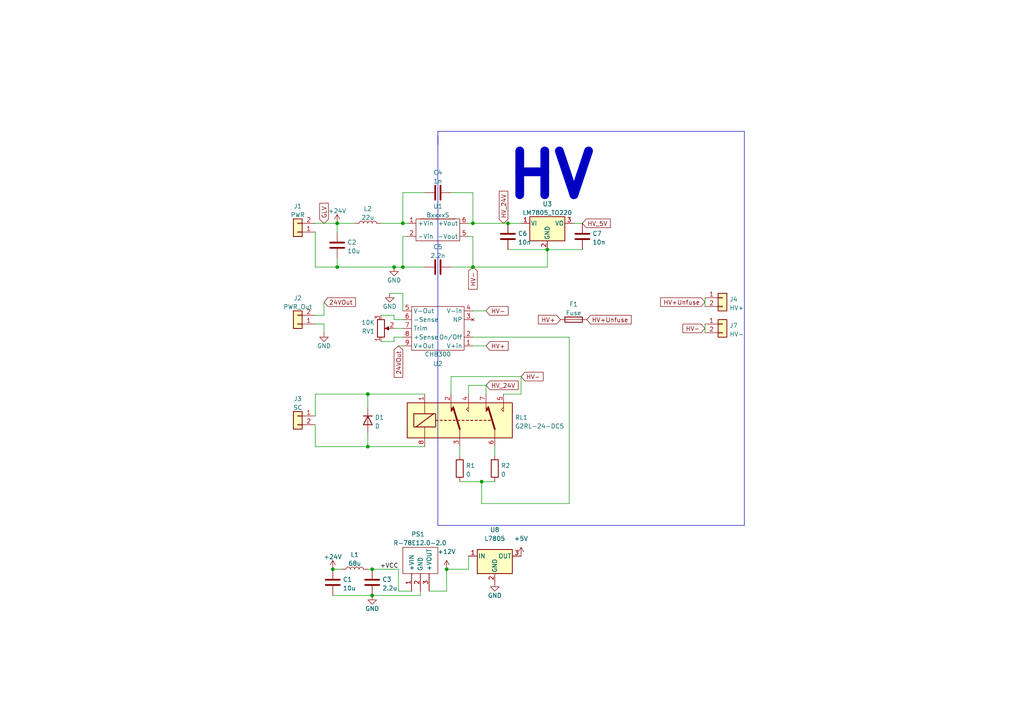
<source format=kicad_sch>
(kicad_sch (version 20230121) (generator eeschema)
  (paper "A4")
  (lib_symbols
    (symbol "Connector_Generic:Conn_01x02" (pin_names (offset 1.016) hide)
      (property "Reference" "J" (at 0 2.54 0))
      (property "Value" "Conn_01x02" (at 0 -5.08 0))
      (symbol "Conn_01x02_1_1"
        (rectangle (start -1.27 -2.413) (end 0 -2.667) (stroke (width 0.1524)))
        (rectangle (start -1.27 0.127) (end 0 -0.127) (stroke (width 0.1524)))
        (rectangle (start -1.27 1.27) (end 1.27 -3.81) (stroke (width 0.254)) (fill (type background)))
        (pin passive line (at -5.08 0 0) (length 3.81) (name "Pin_1") (number "1"))
        (pin passive line (at -5.08 -2.54 0) (length 3.81) (name "Pin_2") (number "2"))
      )
    )
    (symbol "Device:C" (pin_numbers hide) (pin_names (offset 0.254))
      (property "Reference" "C" (at 0.635 2.54 0))
      (property "Value" "C" (at 0.635 -2.54 0))
      (symbol "C_0_1"
        (polyline (pts (xy -2.032 -0.762) (xy 2.032 -0.762)) (stroke (width 0.508)))
        (polyline (pts (xy -2.032 0.762) (xy 2.032 0.762)) (stroke (width 0.508)))
      )
      (symbol "C_1_1"
        (pin passive line (at 0 3.81 270) (length 2.794) (name "~") (number "1"))
        (pin passive line (at 0 -3.81 90) (length 2.794) (name "~") (number "2"))
      )
    )
    (symbol "Device:D" (pin_numbers hide) (pin_names (offset 1.016) hide)
      (property "Reference" "D" (at 0 2.54 0))
      (property "Value" "D" (at 0 -2.54 0))
      (symbol "D_0_1"
        (polyline (pts (xy -1.27 1.27) (xy -1.27 -1.27)) (stroke (width 0.254)))
        (polyline (pts (xy 1.27 0) (xy -1.27 0)))
        (polyline (pts (xy 1.27 1.27) (xy 1.27 -1.27) (xy -1.27 0) (xy 1.27 1.27)) (stroke (width 0.254)))
      )
      (symbol "D_1_1"
        (pin passive line (at -3.81 0 0) (length 2.54) (name "K") (number "1"))
        (pin passive line (at 3.81 0 180) (length 2.54) (name "A") (number "2"))
      )
    )
    (symbol "Device:Fuse" (pin_numbers hide) (pin_names (offset 0))
      (property "Reference" "F" (at 2.032 0 90))
      (property "Value" "Fuse" (at -1.905 0 90))
      (symbol "Fuse_0_1"
        (rectangle (start -0.762 -2.54) (end 0.762 2.54) (stroke (width 0.254)))
        (polyline (pts (xy 0 2.54) (xy 0 -2.54)))
      )
      (symbol "Fuse_1_1"
        (pin passive line (at 0 3.81 270) (length 1.27) (name "~") (number "1"))
        (pin passive line (at 0 -3.81 90) (length 1.27) (name "~") (number "2"))
      )
    )
    (symbol "Device:L" (pin_numbers hide) (pin_names (offset 1.016) hide)
      (property "Reference" "L" (at -1.27 0 90))
      (property "Value" "L" (at 1.905 0 90))
      (symbol "L_0_1"
        (arc (start 0 -2.54) (mid 0.6323 -1.905) (end 0 -1.27))
        (arc (start 0 -1.27) (mid 0.6323 -0.635) (end 0 0))
        (arc (start 0 0) (mid 0.6323 0.635) (end 0 1.27))
        (arc (start 0 1.27) (mid 0.6323 1.905) (end 0 2.54))
      )
      (symbol "L_1_1"
        (pin passive line (at 0 3.81 270) (length 1.27) (name "1") (number "1"))
        (pin passive line (at 0 -3.81 90) (length 1.27) (name "2") (number "2"))
      )
    )
    (symbol "Device:R" (pin_numbers hide) (pin_names (offset 0))
      (property "Reference" "R" (at 2.032 0 90))
      (property "Value" "R" (at 0 0 90))
      (symbol "R_0_1"
        (rectangle (start -1.016 -2.54) (end 1.016 2.54) (stroke (width 0.254)))
      )
      (symbol "R_1_1"
        (pin passive line (at 0 3.81 270) (length 1.27) (name "~") (number "1"))
        (pin passive line (at 0 -3.81 90) (length 1.27) (name "~") (number "2"))
      )
    )
    (symbol "Device:R_Potentiometer" (pin_names (offset 1.016) hide)
      (property "Reference" "RV" (at -4.445 0 90))
      (property "Value" "R_Potentiometer" (at -2.54 0 90))
      (symbol "R_Potentiometer_0_1"
        (polyline (pts (xy 2.54 0) (xy 1.524 0)))
        (polyline (pts (xy 1.143 0) (xy 2.286 0.508) (xy 2.286 -0.508) (xy 1.143 0)) (fill (type outline)))
        (rectangle (start 1.016 2.54) (end -1.016 -2.54) (stroke (width 0.254)))
      )
      (symbol "R_Potentiometer_1_1"
        (pin passive line (at 0 3.81 270) (length 1.27) (name "1") (number "1"))
        (pin passive line (at 3.81 0 180) (length 1.27) (name "2") (number "2"))
        (pin passive line (at 0 -3.81 90) (length 1.27) (name "3") (number "3"))
      )
    )
    (symbol "Regulator_Linear:L7805" (pin_names (offset 0.254))
      (property "Reference" "U" (at -3.81 3.175 0))
      (property "Value" "L7805" (at 0 3.175 0))
      (symbol "L7805_0_1"
        (rectangle (start -5.08 1.905) (end 5.08 -5.08) (stroke (width 0.254)) (fill (type background)))
      )
      (symbol "L7805_1_1"
        (pin power_in line (at -7.62 0 0) (length 2.54) (name "IN") (number "1"))
        (pin power_in line (at 0 -7.62 90) (length 2.54) (name "GND") (number "2"))
        (pin power_out line (at 7.62 0 180) (length 2.54) (name "OUT") (number "3"))
      )
    )
    (symbol "Regulator_Linear:LM7805_TO220" (pin_names (offset 0.254))
      (property "Reference" "U" (at -3.81 3.175 0))
      (property "Value" "LM7805_TO220" (at 0 3.175 0))
      (symbol "LM7805_TO220_0_1"
        (rectangle (start -5.08 1.905) (end 5.08 -5.08) (stroke (width 0.254)) (fill (type background)))
      )
      (symbol "LM7805_TO220_1_1"
        (pin power_in line (at -7.62 0 0) (length 2.54) (name "VI") (number "1"))
        (pin power_in line (at 0 -7.62 90) (length 2.54) (name "GND") (number "2"))
        (pin power_out line (at 7.62 0 180) (length 2.54) (name "VO") (number "3"))
      )
    )
    (symbol "Relay:G2RL-24-DC5"
      (property "Reference" "RL" (at 16.51 3.81 0))
      (property "Value" "G2RL-24-DC5" (at 16.51 1.27 0))
      (symbol "G2RL-24-DC5_0_1"
        (rectangle (start -15.24 5.08) (end 15.24 -5.08) (stroke (width 0.254)) (fill (type background)))
        (rectangle (start -13.335 1.905) (end -6.985 -1.905) (stroke (width 0.254)))
        (polyline (pts (xy -12.7 -1.905) (xy -7.62 1.905)) (stroke (width 0.254)))
        (polyline (pts (xy -10.16 -5.08) (xy -10.16 -1.905)))
        (polyline (pts (xy -10.16 5.08) (xy -10.16 1.905)))
        (polyline (pts (xy -6.985 0) (xy -6.35 0)) (stroke (width 0.254)))
        (polyline (pts (xy -5.715 0) (xy -5.08 0)) (stroke (width 0.254)))
        (polyline (pts (xy -4.445 0) (xy -3.81 0)) (stroke (width 0.254)))
        (polyline (pts (xy -3.175 0) (xy -2.54 0)) (stroke (width 0.254)))
        (polyline (pts (xy -1.905 0) (xy -1.27 0)) (stroke (width 0.254)))
        (polyline (pts (xy -0.635 0) (xy 0 0)) (stroke (width 0.254)))
        (polyline (pts (xy 0 -2.54) (xy -1.905 3.81)) (stroke (width 0.508)))
        (polyline (pts (xy 0 -2.54) (xy 0 -5.08)))
        (polyline (pts (xy 0.635 0) (xy 1.27 0)) (stroke (width 0.254)))
        (polyline (pts (xy 1.905 0) (xy 2.54 0)) (stroke (width 0.254)))
        (polyline (pts (xy 3.175 0) (xy 3.81 0)) (stroke (width 0.254)))
        (polyline (pts (xy 4.445 0) (xy 5.08 0)) (stroke (width 0.254)))
        (polyline (pts (xy 5.715 0) (xy 6.35 0)) (stroke (width 0.254)))
        (polyline (pts (xy 6.985 0) (xy 7.62 0)) (stroke (width 0.254)))
        (polyline (pts (xy 8.255 0) (xy 8.89 0)) (stroke (width 0.254)))
        (polyline (pts (xy 10.16 -2.54) (xy 8.255 3.81)) (stroke (width 0.508)))
        (polyline (pts (xy 10.16 -2.54) (xy 10.16 -5.08)))
        (polyline (pts (xy -2.54 5.08) (xy -2.54 2.54) (xy -1.905 3.175) (xy -2.54 3.81)) (fill (type outline)))
        (polyline (pts (xy 2.54 5.08) (xy 2.54 2.54) (xy 1.905 3.175) (xy 2.54 3.81)))
        (polyline (pts (xy 7.62 5.08) (xy 7.62 2.54) (xy 8.255 3.175) (xy 7.62 3.81)) (fill (type outline)))
        (polyline (pts (xy 12.7 5.08) (xy 12.7 2.54) (xy 12.065 3.175) (xy 12.7 3.81)))
      )
      (symbol "G2RL-24-DC5_1_1"
        (pin passive line (at -10.16 7.62 270) (length 2.54) (name "~") (number "1"))
        (pin passive line (at -2.54 7.62 270) (length 2.54) (name "~") (number "2"))
        (pin passive line (at 0 -7.62 90) (length 2.54) (name "~") (number "3"))
        (pin passive line (at 2.54 7.62 270) (length 2.54) (name "~") (number "4"))
        (pin passive line (at 12.7 7.62 270) (length 2.54) (name "~") (number "5"))
        (pin passive line (at 10.16 -7.62 90) (length 2.54) (name "~") (number "6"))
        (pin passive line (at 7.62 7.62 270) (length 2.54) (name "~") (number "7"))
        (pin passive line (at -10.16 -7.62 90) (length 2.54) (name "~") (number "8"))
      )
    )
    (symbol "SamacSys_Parts:R-78E5.0-1.0" (pin_names (offset 0.762))
      (property "Reference" "PS" (at -1.27 8.89 0))
      (property "Value" "R-78E5.0-1.0" (at -6.35 6.35 0))
      (symbol "R-78E5.0-1.0_0_0"
        (pin passive line (at -8.89 2.54 0) (length 5.08) (name "+VIN") (number "1"))
        (pin passive line (at -8.89 0 0) (length 5.08) (name "GND") (number "2"))
        (pin passive line (at -8.89 -2.54 0) (length 5.08) (name "+VOUT") (number "3"))
      )
      (symbol "R-78E5.0-1.0_0_1"
        (polyline (pts (xy -3.81 5.08) (xy 3.81 5.08) (xy 3.81 -5.08) (xy -3.81 -5.08) (xy -3.81 5.08)) (stroke (width 0.1524)))
      )
    )
    (symbol "User:BxxxxS"
      (property "Reference" "U" (at 0 3.81 0))
      (property "Value" "BxxxxS" (at 0 -5.08 0))
      (symbol "BxxxxS_0_1"
        (rectangle (start -6.35 2.54) (end 6.35 -3.81) (stroke (width 0.1524)))
        (rectangle (start -5.08 2.54) (end 5.08 2.54) (stroke (width 0.1524)))
      )
      (symbol "BxxxxS_1_1"
        (pin power_in line (at -8.89 1.27 0) (length 2.54) (name "+Vin") (number "1"))
        (pin power_in line (at -8.89 -2.54 0) (length 2.54) (name "-Vin") (number "2"))
        (pin power_out line (at 8.89 -2.54 180) (length 2.54) (name "-Vout") (number "5"))
        (pin power_out line (at 8.89 1.27 180) (length 2.54) (name "+Vout") (number "6"))
      )
    )
    (symbol "User:CHB300"
      (property "Reference" "U" (at 0 0 0))
      (property "Value" "CHB300" (at 0 -15.24 0))
      (symbol "CHB300_0_1"
        (rectangle (start -7.62 -1.27) (end 7.62 -13.97) (stroke (width 0.1524)))
      )
      (symbol "CHB300_1_1"
        (pin power_in line (at -10.16 -2.54 0) (length 2.54) (name "V+in") (number "1"))
        (pin input line (at -10.16 -5.08 0) (length 2.54) (name "On/Off") (number "2"))
        (pin no_connect line (at -10.16 -10.16 0) (length 2.54) (name "NP") (number "3"))
        (pin power_in line (at -10.16 -12.7 0) (length 2.54) (name "V-in") (number "4"))
        (pin power_out line (at 10.16 -12.7 180) (length 2.54) (name "V-Out") (number "5"))
        (pin input line (at 10.16 -10.16 180) (length 2.54) (name "-Sense") (number "6"))
        (pin input line (at 10.16 -7.62 180) (length 2.54) (name "Trim") (number "7"))
        (pin input line (at 10.16 -5.08 180) (length 2.54) (name "+Sense") (number "8"))
        (pin power_out line (at 10.16 -2.54 180) (length 2.54) (name "V+Out") (number "9"))
      )
    )
    (symbol "power:+12V" (power) (pin_names (offset 0))
      (property "Value" "+12V" (at 0 3.556 0))
      (symbol "+12V_0_1"
        (polyline (pts (xy -0.762 1.27) (xy 0 2.54)))
        (polyline (pts (xy 0 0) (xy 0 2.54)))
        (polyline (pts (xy 0 2.54) (xy 0.762 1.27)))
      )
      (symbol "+12V_1_1"
        (pin power_in line (at 0 0 90) (length 0) hide (name "+12V") (number "1"))
      )
    )
    (symbol "power:+24V" (power) (pin_names (offset 0))
      (property "Value" "+24V" (at 0 3.556 0))
      (symbol "+24V_0_1"
        (polyline (pts (xy -0.762 1.27) (xy 0 2.54)))
        (polyline (pts (xy 0 0) (xy 0 2.54)))
        (polyline (pts (xy 0 2.54) (xy 0.762 1.27)))
      )
      (symbol "+24V_1_1"
        (pin power_in line (at 0 0 90) (length 0) hide (name "+24V") (number "1"))
      )
    )
    (symbol "power:+5V" (power) (pin_names (offset 0))
      (property "Value" "+5V" (at 0 3.556 0))
      (symbol "+5V_0_1"
        (polyline (pts (xy -0.762 1.27) (xy 0 2.54)))
        (polyline (pts (xy 0 0) (xy 0 2.54)))
        (polyline (pts (xy 0 2.54) (xy 0.762 1.27)))
      )
      (symbol "+5V_1_1"
        (pin power_in line (at 0 0 90) (length 0) hide (name "+5V") (number "1"))
      )
    )
    (symbol "power:GND" (power) (pin_names (offset 0))
      (property "Value" "GND" (at 0 -3.81 0))
      (symbol "GND_0_1"
        (polyline (pts (xy 0 0) (xy 0 -1.27) (xy 1.27 -1.27) (xy 0 -2.54) (xy -1.27 -1.27) (xy 0 -1.27)))
      )
      (symbol "GND_1_1"
        (pin power_in line (at 0 0 270) (length 0) hide (name "GND") (number "1"))
      )
    )
  )
  (junction (at 139.7 139.7))
  (junction (at 97.79 64.77))
  (junction (at 137.16 64.77))
  (junction (at 106.68 114.3))
  (junction (at 114.3 77.47))
  (junction (at 129.54 165.1))
  (junction (at 147.32 64.77))
  (junction (at 116.84 77.47))
  (junction (at 106.68 129.54))
  (junction (at 97.79 77.47))
  (junction (at 96.52 165.1))
  (junction (at 158.75 72.39))
  (junction (at 137.16 77.47))
  (junction (at 107.95 165.1))
  (junction (at 116.84 64.77))
  (junction (at 107.95 172.72))
  (wire (pts (xy 116.84 97.79) (xy 114.3 97.79)))
  (wire (pts (xy 106.68 129.54) (xy 91.44 129.54)))
  (wire (pts (xy 147.32 72.39) (xy 158.75 72.39)))
  (wire (pts (xy 146.05 114.3) (xy 151.13 114.3)))
  (wire (pts (xy 130.81 109.22) (xy 151.13 109.22)))
  (wire (pts (xy 147.32 64.77) (xy 151.13 64.77)))
  (polyline (pts (xy 127 38.1) (xy 127 41.91)))
  (wire (pts (xy 166.37 64.77) (xy 168.91 64.77)))
  (wire (pts (xy 110.49 99.06) (xy 114.3 99.06)))
  (wire (pts (xy 204.47 93.98) (xy 204.47 96.52)))
  (wire (pts (xy 99.06 165.1) (xy 96.52 165.1)))
  (wire (pts (xy 129.54 171.45) (xy 129.54 165.1)))
  (polyline (pts (xy 215.9 152.4) (xy 215.9 38.1)))
  (wire (pts (xy 123.19 55.88) (xy 116.84 55.88)))
  (wire (pts (xy 151.13 114.3) (xy 151.13 109.22)))
  (wire (pts (xy 137.16 77.47) (xy 137.16 68.58)))
  (wire (pts (xy 165.1 146.05) (xy 165.1 97.79)))
  (wire (pts (xy 116.84 95.25) (xy 114.3 95.25)))
  (wire (pts (xy 116.84 92.71) (xy 114.3 92.71)))
  (wire (pts (xy 124.46 171.45) (xy 129.54 171.45)))
  (wire (pts (xy 118.11 68.58) (xy 116.84 68.58)))
  (wire (pts (xy 140.97 111.76) (xy 135.89 111.76)))
  (wire (pts (xy 140.97 114.3) (xy 140.97 111.76)))
  (wire (pts (xy 139.7 139.7) (xy 143.51 139.7)))
  (wire (pts (xy 91.44 91.44) (xy 93.98 91.44)))
  (wire (pts (xy 97.79 67.31) (xy 97.79 64.77)))
  (wire (pts (xy 137.16 100.33) (xy 140.97 100.33)))
  (wire (pts (xy 106.68 125.73) (xy 106.68 129.54)))
  (wire (pts (xy 114.3 99.06) (xy 114.3 97.79)))
  (wire (pts (xy 97.79 77.47) (xy 114.3 77.47)))
  (wire (pts (xy 137.16 64.77) (xy 147.32 64.77)))
  (polyline (pts (xy 127 152.4) (xy 215.9 152.4)))
  (wire (pts (xy 158.75 72.39) (xy 158.75 77.47)))
  (wire (pts (xy 133.35 129.54) (xy 133.35 132.08)))
  (wire (pts (xy 139.7 146.05) (xy 165.1 146.05)))
  (wire (pts (xy 106.68 165.1) (xy 107.95 165.1)))
  (wire (pts (xy 116.84 68.58) (xy 116.84 77.47)))
  (wire (pts (xy 121.92 171.45) (xy 121.92 172.72)))
  (wire (pts (xy 106.68 118.11) (xy 106.68 114.3)))
  (wire (pts (xy 130.81 55.88) (xy 137.16 55.88)))
  (wire (pts (xy 91.44 114.3) (xy 106.68 114.3)))
  (wire (pts (xy 93.98 93.98) (xy 93.98 96.52)))
  (wire (pts (xy 107.95 165.1) (xy 115.57 165.1)))
  (wire (pts (xy 113.03 85.09) (xy 116.84 85.09)))
  (wire (pts (xy 137.16 97.79) (xy 165.1 97.79)))
  (wire (pts (xy 106.68 114.3) (xy 123.19 114.3)))
  (wire (pts (xy 130.81 109.22) (xy 130.81 114.3)))
  (wire (pts (xy 158.75 72.39) (xy 168.91 72.39)))
  (wire (pts (xy 93.98 93.98) (xy 91.44 93.98)))
  (wire (pts (xy 116.84 85.09) (xy 116.84 90.17)))
  (wire (pts (xy 91.44 77.47) (xy 97.79 77.47)))
  (wire (pts (xy 119.38 171.45) (xy 115.57 171.45)))
  (wire (pts (xy 110.49 91.44) (xy 114.3 91.44)))
  (wire (pts (xy 139.7 139.7) (xy 139.7 146.05)))
  (wire (pts (xy 116.84 64.77) (xy 118.11 64.77)))
  (wire (pts (xy 137.16 64.77) (xy 135.89 64.77)))
  (wire (pts (xy 140.97 90.17) (xy 137.16 90.17)))
  (wire (pts (xy 110.49 64.77) (xy 116.84 64.77)))
  (wire (pts (xy 115.57 100.33) (xy 116.84 100.33)))
  (wire (pts (xy 114.3 77.47) (xy 116.84 77.47)))
  (wire (pts (xy 135.89 165.1) (xy 129.54 165.1)))
  (wire (pts (xy 96.52 172.72) (xy 107.95 172.72)))
  (wire (pts (xy 130.81 77.47) (xy 137.16 77.47)))
  (wire (pts (xy 115.57 171.45) (xy 115.57 165.1)))
  (wire (pts (xy 107.95 172.72) (xy 121.92 172.72)))
  (wire (pts (xy 93.98 91.44) (xy 93.98 87.63)))
  (wire (pts (xy 97.79 77.47) (xy 97.79 74.93)))
  (wire (pts (xy 123.19 77.47) (xy 116.84 77.47)))
  (wire (pts (xy 204.47 86.36) (xy 204.47 88.9)))
  (wire (pts (xy 135.89 111.76) (xy 135.89 114.3)))
  (wire (pts (xy 133.35 139.7) (xy 139.7 139.7)))
  (wire (pts (xy 97.79 64.77) (xy 102.87 64.77)))
  (polyline (pts (xy 127 39.37) (xy 127 152.4)))
  (wire (pts (xy 116.84 55.88) (xy 116.84 64.77)))
  (wire (pts (xy 143.51 129.54) (xy 143.51 132.08)))
  (wire (pts (xy 135.89 161.29) (xy 135.89 165.1)))
  (wire (pts (xy 114.3 91.44) (xy 114.3 92.71)))
  (wire (pts (xy 91.44 77.47) (xy 91.44 67.31)))
  (wire (pts (xy 91.44 123.19) (xy 91.44 129.54)))
  (wire (pts (xy 91.44 120.65) (xy 91.44 114.3)))
  (polyline (pts (xy 215.9 38.1) (xy 127 38.1)))
  (wire (pts (xy 123.19 129.54) (xy 106.68 129.54)))
  (wire (pts (xy 137.16 55.88) (xy 137.16 64.77)))
  (wire (pts (xy 91.44 64.77) (xy 97.79 64.77)))
  (wire (pts (xy 137.16 68.58) (xy 135.89 68.58)))
  (wire (pts (xy 158.75 77.47) (xy 137.16 77.47)))
  (text "HV" (at 146.05 58.42 0) (effects (font (size 12.7 12.7) (thickness 2.54) bold) (justify left bottom)))
  (label "+VCC" (at 115.57 165.1 180))
  (global_label "HV_24V" (shape input) (at 146.05 64.77 90) (property "Intersheetrefs" "${INTERSHEET_REFS}" (effects hide)))
  (global_label "HV+Unfuse" (shape input) (at 170.18 92.71 0) (property "Intersheetrefs" "${INTERSHEET_REFS}" (effects hide)))
  (global_label "HV-" (shape input) (at 151.13 109.22 0) (property "Intersheetrefs" "${INTERSHEET_REFS}" (effects hide)))
  (global_label "HV+" (shape input) (at 162.56 92.71 180) (property "Intersheetrefs" "${INTERSHEET_REFS}" (effects hide)))
  (global_label "HV+" (shape input) (at 140.97 100.33 0) (property "Intersheetrefs" "${INTERSHEET_REFS}" (effects hide)))
  (global_label "HV_24V" (shape input) (at 140.97 111.76 0) (property "Intersheetrefs" "${INTERSHEET_REFS}" (effects hide)))
  (global_label "HV-" (shape input) (at 204.47 95.25 180) (property "Intersheetrefs" "${INTERSHEET_REFS}" (effects hide)))
  (global_label "HV-" (shape input) (at 137.16 77.47 270) (property "Intersheetrefs" "${INTERSHEET_REFS}" (effects hide)))
  (global_label "24VOut" (shape input) (at 115.57 100.33 270) (property "Intersheetrefs" "${INTERSHEET_REFS}" (effects hide)))
  (global_label "HV-" (shape input) (at 140.97 90.17 0) (property "Intersheetrefs" "${INTERSHEET_REFS}" (effects hide)))
  (global_label "24VOut" (shape input) (at 93.98 87.63 0) (property "Intersheetrefs" "${INTERSHEET_REFS}" (effects hide)))
  (global_label "HV+Unfuse" (shape input) (at 204.47 87.63 180) (property "Intersheetrefs" "${INTERSHEET_REFS}" (effects hide)))
  (global_label "GLV" (shape input) (at 93.98 64.77 90) (property "Intersheetrefs" "${INTERSHEET_REFS}" (effects hide)))
  (global_label "HV_5V" (shape input) (at 168.91 64.77 0) (property "Intersheetrefs" "${INTERSHEET_REFS}" (effects hide)))
  (symbol (lib_id "Relay:G2RL-24-DC5") (at 133.35 121.92 0) (unit 1)
    (property "Reference" "RL1" (at 149.352 121.0853 0) (effects (justify left)))
    (property "Value" "G2RL-24-DC5" (at 149.352 123.6222 0) (effects (justify left)))
    (property "Footprint" "Relay_THT:Relay_DPDT_Omron_G2RL" (effects hide))
    (property "Datasheet" "https://omronfs.omron.com/en_US/ecb/products/pdf/en-g2rl.pdf" (effects hide))
  )
  (symbol (lib_id "Device:C") (at 127 55.88 90) (unit 1)
    (property "Reference" "C4" (at 127 50.0212 90))
    (property "Value" "1n" (at 127 52.5581 90))
    (property "Footprint" "Capacitor_THT:C_Axial_L5.1mm_D3.1mm_P15.00mm_Horizontal" (effects hide))
  )
  (symbol (lib_id "Connector_Generic:Conn_01x02") (at 86.36 67.31 180) (unit 1)
    (property "Reference" "J1" (at 86.36 59.8002 0))
    (property "Value" "PWR" (at 86.36 62.3371 0))
    (property "Footprint" "Connector_JST:JST_PH_B2B-PH-K_1x02_P2.00mm_Vertical" (effects hide))
  )
  (symbol (lib_id "Regulator_Linear:LM7805_TO220") (at 158.75 64.77 0) (unit 1)
    (property "Reference" "U3" (at 158.75 59.1652 0))
    (property "Value" "LM7805_TO220" (at 158.75 61.7021 0))
    (property "Footprint" "Package_TO_SOT_THT:TO-220-3_Vertical" (effects hide))
    (property "Datasheet" "https://www.onsemi.cn/PowerSolutions/document/MC7800-D.PDF" (effects hide))
  )
  (symbol (lib_id "Connector_Generic:Conn_01x02") (at 209.55 86.36 0) (unit 1)
    (property "Reference" "J4" (at 211.582 86.7953 0) (effects (justify left)))
    (property "Value" "HV+" (at 211.582 89.3322 0) (effects (justify left)))
    (property "Footprint" "SamacSys_Parts:DF33C2P33DSA24" (effects hide))
  )
  (symbol (lib_id "Device:C") (at 147.32 68.58 0) (unit 1)
    (property "Reference" "C6" (at 150.241 67.7453 0) (effects (justify left)))
    (property "Value" "10n" (at 150.241 70.2822 0) (effects (justify left)))
    (property "Footprint" "Capacitor_THT:C_Disc_D4.7mm_W2.5mm_P5.00mm" (effects hide))
  )
  (symbol (lib_id "Regulator_Linear:L7805") (at 143.51 161.29 0) (unit 1)
    (property "Reference" "U8" (at 143.51 153.67 0))
    (property "Value" "L7805" (at 143.51 156.21 0))
    (property "Footprint" "Package_TO_SOT_THT:TO-220-3_Vertical" (effects hide))
    (property "Datasheet" "http://www.st.com/content/ccc/resource/technical/document/datasheet/41/4f/b3/b0/12/d4/47/88/CD00000444.pdf/files/CD00000444.pdf/jcr:content/translations/en.CD00000444.pdf" (effects hide))
  )
  (symbol (lib_id "power:+24V") (at 96.52 165.1 0) (unit 1)
    (property "Reference" "#PWR0106" (effects hide))
    (property "Value" "+24V" (at 96.52 161.5242 0))
  )
  (symbol (lib_id "Device:C") (at 97.79 71.12 0) (unit 1)
    (property "Reference" "C2" (at 100.711 70.2853 0) (effects (justify left)))
    (property "Value" "10u" (at 100.711 72.8222 0) (effects (justify left)))
    (property "Footprint" "Capacitor_SMD:C_1206_3216Metric_Pad1.33x1.80mm_HandSolder" (effects hide))
  )
  (symbol (lib_id "power:+12V") (at 129.54 165.1 0) (unit 1)
    (property "Reference" "#PWR0105" (effects hide))
    (property "Value" "+12V" (at 129.54 160.02 0))
  )
  (symbol (lib_id "Device:Fuse") (at 166.37 92.71 90) (unit 1)
    (property "Reference" "F1" (at 166.37 88.2482 90))
    (property "Value" "Fuse" (at 166.37 90.7851 90))
    (property "Footprint" "SamacSys_Parts:65600001009" (effects hide))
  )
  (symbol (lib_id "Device:R") (at 143.51 135.89 0) (unit 1)
    (property "Reference" "R2" (at 145.288 135.0553 0) (effects (justify left)))
    (property "Value" "0" (at 145.288 137.5922 0) (effects (justify left)))
    (property "Footprint" "Resistor_THT:R_Axial_DIN0309_L9.0mm_D3.2mm_P12.70mm_Horizontal" (effects hide))
  )
  (symbol (lib_id "power:GND") (at 113.03 85.09 0) (unit 1)
    (property "Reference" "#PWR0103" (effects hide))
    (property "Value" "GND" (at 113.03 88.9 0))
  )
  (symbol (lib_id "power:+24V") (at 97.79 64.77 0) (unit 1)
    (property "Reference" "#PWR0101" (effects hide))
    (property "Value" "+24V" (at 97.79 61.1942 0))
  )
  (symbol (lib_id "Connector_Generic:Conn_01x02") (at 86.36 93.98 180) (unit 1)
    (property "Reference" "J2" (at 86.36 86.4702 0))
    (property "Value" "PWR_Out" (at 86.36 89.0071 0))
    (property "Footprint" "SamacSys_Parts:DF63M2P396DSA01" (effects hide))
  )
  (symbol (lib_id "Device:D") (at 106.68 121.92 270) (unit 1)
    (property "Reference" "D1" (at 108.712 121.0853 90) (effects (justify left)))
    (property "Value" "D" (at 108.712 123.6222 90) (effects (justify left)))
    (property "Footprint" "Diode_THT:D_DO-41_SOD81_P10.16mm_Horizontal" (effects hide))
  )
  (symbol (lib_id "Connector_Generic:Conn_01x02") (at 86.36 120.65 0) (mirror y) (unit 1)
    (property "Reference" "J3" (at 86.36 115.6802 0))
    (property "Value" "SC" (at 86.36 118.2171 0))
    (property "Footprint" "Connector_JST:JST_PH_B2B-PH-K_1x02_P2.00mm_Vertical" (effects hide))
  )
  (symbol (lib_id "Device:L") (at 102.87 165.1 90) (unit 1)
    (property "Reference" "L1" (at 102.87 160.8922 90))
    (property "Value" "68u" (at 102.87 163.4291 90))
    (property "Footprint" "SamacSys_Parts:RLS686" (effects hide))
  )
  (symbol (lib_id "Device:R") (at 133.35 135.89 0) (unit 1)
    (property "Reference" "R1" (at 135.128 135.0553 0) (effects (justify left)))
    (property "Value" "0" (at 135.128 137.5922 0) (effects (justify left)))
    (property "Footprint" "Resistor_THT:R_Axial_DIN0309_L9.0mm_D3.2mm_P12.70mm_Horizontal" (effects hide))
  )
  (symbol (lib_id "Device:C") (at 96.52 168.91 0) (unit 1)
    (property "Reference" "C1" (at 99.441 168.0753 0) (effects (justify left)))
    (property "Value" "10u" (at 99.441 170.6122 0) (effects (justify left)))
    (property "Footprint" "Capacitor_SMD:C_1206_3216Metric_Pad1.33x1.80mm_HandSolder" (effects hide))
  )
  (symbol (lib_id "power:GND") (at 114.3 77.47 0) (unit 1)
    (property "Reference" "#PWR0102" (effects hide))
    (property "Value" "GND" (at 114.3 81.28 0))
  )
  (symbol (lib_id "Device:C") (at 127 77.47 90) (unit 1)
    (property "Reference" "C5" (at 127 71.6112 90))
    (property "Value" "2.2n" (at 127 74.1481 90))
    (property "Footprint" "Capacitor_THT:C_Axial_L5.1mm_D3.1mm_P15.00mm_Horizontal" (effects hide))
  )
  (symbol (lib_id "power:+5V") (at 151.13 161.29 0) (unit 1)
    (property "Reference" "#PWR0112" (effects hide))
    (property "Value" "+5V" (at 151.13 156.21 0))
  )
  (symbol (lib_id "power:GND") (at 143.51 168.91 0) (unit 1)
    (property "Reference" "#PWR0109" (effects hide))
    (property "Value" "GND" (at 143.51 172.72 0))
  )
  (symbol (lib_id "Device:C") (at 168.91 68.58 0) (unit 1)
    (property "Reference" "C7" (at 171.831 67.7453 0) (effects (justify left)))
    (property "Value" "10n" (at 171.831 70.2822 0) (effects (justify left)))
    (property "Footprint" "Capacitor_THT:C_Disc_D4.7mm_W2.5mm_P5.00mm" (effects hide))
  )
  (symbol (lib_id "SamacSys_Parts:R-78E5.0-1.0") (at 121.92 162.56 90) (unit 1)
    (property "Reference" "PS1" (at 123.19 154.94 90) (effects (justify left)))
    (property "Value" "R-78E12.0-2.0" (at 129.54 157.48 90) (effects (justify left)))
    (property "Footprint" "SamacSys_Parts:R78E5010" (effects hide))
    (property "Datasheet" "http://www.recom-power.com/pdf/Innoline/R-78Exx-1.0.pdf" (effects hide))
    (property "Description" "Non-Isolated DC/DC Converters 8-28Vin 5V 1.0A THRU" (effects hide))
    (property "Height" "10.4" (effects hide))
    (property "Mouser Part Number" "919-R-78E5.0-1.0" (effects hide))
    (property "Mouser Price/Stock" "https://www.mouser.co.uk/ProductDetail/RECOM-Power/R-78E5.0-1.0?qs=T0XSgvH75d4EsZCU9I5HVA%3D%3D" (effects hide))
    (property "Manufacturer_Name" "RECOM Power" (effects hide))
    (property "Manufacturer_Part_Number" "R-78E5.0-1.0" (effects hide))
  )
  (symbol (lib_id "User:BxxxxS") (at 127 66.04 0) (unit 1)
    (property "Reference" "U1" (at 127 59.851 0))
    (property "Value" "BxxxxS" (at 127 62.3879 0))
    (property "Footprint" "SamacSys_Parts:RB2424S" (effects hide))
  )
  (symbol (lib_id "Device:C") (at 107.95 168.91 0) (unit 1)
    (property "Reference" "C3" (at 110.871 168.0753 0) (effects (justify left)))
    (property "Value" "2.2u" (at 110.871 170.6122 0) (effects (justify left)))
    (property "Footprint" "Capacitor_SMD:C_1206_3216Metric_Pad1.33x1.80mm_HandSolder" (effects hide))
  )
  (symbol (lib_id "power:GND") (at 107.95 172.72 0) (unit 1)
    (property "Reference" "#PWR0107" (effects hide))
    (property "Value" "GND" (at 107.95 176.53 0))
  )
  (symbol (lib_id "Connector_Generic:Conn_01x02") (at 209.55 93.98 0) (unit 1)
    (property "Reference" "J7" (at 211.582 94.4153 0) (effects (justify left)))
    (property "Value" "HV-" (at 211.582 96.9522 0) (effects (justify left)))
    (property "Footprint" "SamacSys_Parts:DF33C2P33DSA24" (effects hide))
  )
  (symbol (lib_id "User:CHB300") (at 127 102.87 180) (unit 1)
    (property "Reference" "U2" (at 127 105.5157 0))
    (property "Value" "CHB300" (at 127 102.7406 0))
    (property "Footprint" "SamacSys_Parts:CHB300W48S12" (effects hide))
  )
  (symbol (lib_id "power:GND") (at 93.98 96.52 0) (unit 1)
    (property "Reference" "#PWR0104" (effects hide))
    (property "Value" "GND" (at 93.98 100.33 0))
  )
  (symbol (lib_id "Device:R_Potentiometer") (at 110.49 95.25 0) (mirror x) (unit 1)
    (property "Reference" "RV1" (at 108.712 96.0847 0) (effects (justify right)))
    (property "Value" "10K" (at 108.712 93.5478 0) (effects (justify right)))
    (property "Footprint" "Potentiometer_THT:Potentiometer_Vishay_T73YP_Vertical" (effects hide))
  )
  (symbol (lib_id "Device:L") (at 106.68 64.77 90) (unit 1)
    (property "Reference" "L2" (at 106.68 60.5622 90))
    (property "Value" "22u" (at 106.68 63.0991 90))
    (property "Footprint" "SamacSys_Parts:RLS226R" (effects hide))
  )
)
</source>
